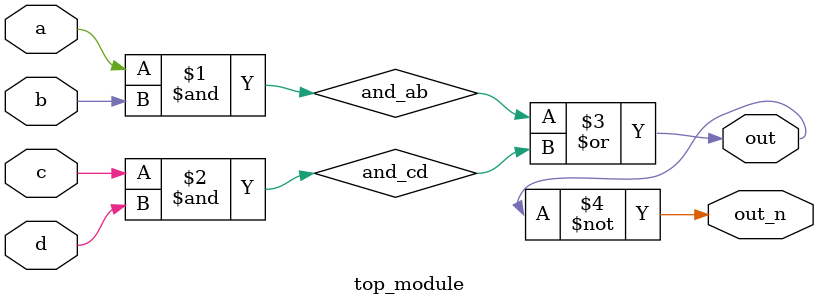
<source format=sv>
module top_module (
    input a,
    input b,
    input c,
    input d,
    output out,
    output out_n );

    wire and_ab, and_cd;

    // First layer: AND gates
    and(and_ab, a, b);
    and(and_cd, c, d);

    // Second layer: OR gate
    or(out, and_ab, and_cd);

    // Inverted output
    not(out_n, out);

endmodule

</source>
